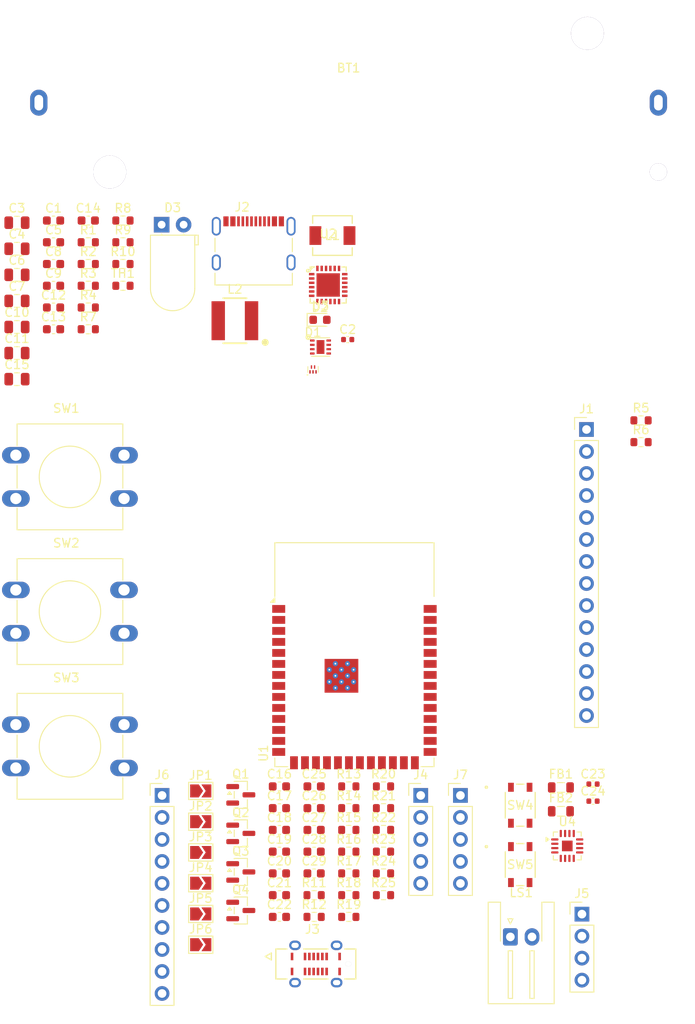
<source format=kicad_pcb>
(kicad_pcb (version 20241229) (generator "pcbnew") (generator_version "9.0")
  (layers (0 "F.Cu" signal) (2 "B.Cu" signal) (13 "F.Paste" user) (15 "B.Paste" user) (5 "F.SilkS" user "F.Silkscreen") (7 "B.SilkS" user "B.Silkscreen") (1 "F.Mask" user) (3 "B.Mask" user) (25 "Edge.Cuts" user))
  (net 0 "")
  (net 1 "BAT")
  (net 2 "DTR")
  (net 3 "REGN")
  (net 4 "Net-(C2-Pad2)")
  (net 5 "Net-(U2-BTST)")
  (net 6 "SYS")
  (net 7 "VUSB")
  (net 8 "PMID")
  (net 9 "+3.3V")
  (net 10 "EN")
  (net 11 "IO0")
  (net 12 "Net-(C23-Pad1)")
  (net 13 "Net-(C24-Pad1)")
  (net 14 "SW3")
  (net 15 "SW2")
  (net 16 "SW1")
  (net 17 "TFT_LED")
  (net 18 "D-")
  (net 19 "D+")
  (net 21 "Net-(D2-K)")
  (net 22 "Net-(U4-OUTP)")
  (net 23 "Net-(U4-OUTN)")
  (net 24 "TFT_IRQ")
  (net 25 "MISO")
  (net 26 "TFT_T_CS")
  (net 27 "SCK")
  (net 28 "TFT_DC")
  (net 29 "MOSI")
  (net 30 "TFT_CS")
  (net 31 "TFT_RESET")
  (net 32 "Net-(J2-CC1)")
  (net 34 "Net-(J2-CC2)")
  (net 36 "Net-(J2-SHIELD)")
  (net 37 "Net-(J3-SHIELD1)")
  (net 40 "ESP32_D-")
  (net 44 "ESP32_D+")
  (net 45 "Net-(J3-CC1)")
  (net 47 "Net-(J3-CC2)")
  (net 48 "RX")
  (net 49 "TX")
  (net 50 "/Logic/SCL")
  (net 51 "/Logic/SDA")
  (net 52 "Net-(J6-Pin_5)")
  (net 53 "Net-(J6-Pin_8)")
  (net 54 "Net-(J6-Pin_9)")
  (net 55 "Net-(J6-Pin_6)")
  (net 56 "Net-(J6-Pin_2)")
  (net 57 "Net-(J6-Pin_3)")
  (net 58 "Net-(J6-Pin_7)")
  (net 59 "Net-(J6-Pin_4)")
  (net 60 "Net-(J6-Pin_1)")
  (net 61 "Net-(J7-Pin_5)")
  (net 62 "Net-(J7-Pin_3)")
  (net 63 "Net-(J7-Pin_2)")
  (net 64 "Net-(J7-Pin_1)")
  (net 65 "Net-(J7-Pin_4)")
  (net 66 "Net-(JP1-A)")
  (net 67 "Net-(JP1-B)")
  (net 68 "Net-(JP2-A)")
  (net 69 "Net-(JP3-A)")
  (net 70 "Net-(JP5-B)")
  (net 71 "Net-(JP6-B)")
  (net 72 "Net-(U3-SW)")
  (net 73 "Net-(Q1-B)")
  (net 74 "Net-(Q2-B)")
  (net 75 "Net-(Q3-G)")
  (net 76 "Net-(Q4-G)")
  (net 77 "Net-(U3-PG)")
  (net 78 "Net-(U2-STAT)")
  (net 79 "DSEL")
  (net 80 "TS")
  (net 81 "Net-(U1-USB_D-)")
  (net 82 "Net-(U1-USB_D+)")
  (net 83 "SD")
  (net 85 "LRCLK")
  (net 86 "DIN")
  (net 87 "BCLK")
  (footprint "Resistor_SMD:R_0603_1608Metric" (layer "F.Cu") (at 76.55 152.19)
    (property "Reference" "R11" (at 0 -1.43 0) (layer "F.SilkS"))
    (property "Value" "12k")
    (pad "1" smd roundrect (at -0.825 0) (size 0.8 0.95) (layers "F.Cu" "F.Mask" "F.Paste") (net 2 "DTR"))
    (pad "2" smd roundrect (at 0.825 0) (size 0.8 0.95) (layers "F.Cu" "F.Mask" "F.Paste") (net 73 "Net-(Q1-B)"))
  )
  (footprint "Capacitor_SMD:C_0603_1608Metric" (layer "F.Cu") (at 46.44 79.34)
    (property "Reference" "C8" (at 0 -1.43 0) (layer "F.SilkS"))
    (property "Value" "0.1uF")
    (pad "1" smd roundrect (at -0.775 0) (size 0.9 0.95) (layers "F.Cu" "F.Mask" "F.Paste") (net 7 "VUSB"))
    (pad "2" smd roundrect (at 0.775 0) (size 0.9 0.95) (layers "F.Cu" "F.Mask" "F.Paste") (net 2 "DTR"))
  )
  (footprint "Capacitor_SMD:C_0603_1608Metric" (layer "F.Cu") (at 50.45 74.32)
    (property "Reference" "C14" (at 0 -1.43 0) (layer "F.SilkS"))
    (property "Value" "0.1uF")
    (pad "1" smd roundrect (at -0.775 0) (size 0.9 0.95) (layers "F.Cu" "F.Mask" "F.Paste") (net 2 "DTR"))
    (pad "2" smd roundrect (at 0.775 0) (size 0.9 0.95) (layers "F.Cu" "F.Mask" "F.Paste") (net 6 "SYS"))
  )
  (footprint "Connector_PinHeader_2.54mm:PinHeader_1x05_P2.54mm_Vertical" (layer "F.Cu") (at 93.46 140.68)
    (property "Reference" "J7" (at 0 -2.38 0) (layer "F.SilkS"))
    (property "Value" "Conn_01x05")
    (pad "1" thru_hole rect (at 0 0) (size 1.7 1.7) (drill 1) (layers "*.Cu" "*.Mask") (net 64 "Net-(J7-Pin_1)"))
    (pad "2" thru_hole circle (at 0 2.54) (size 1.7 1.7) (drill 1) (layers "*.Cu" "*.Mask") (net 63 "Net-(J7-Pin_2)"))
    (pad "3" thru_hole circle (at 0 5.08) (size 1.7 1.7) (drill 1) (layers "*.Cu" "*.Mask") (net 62 "Net-(J7-Pin_3)"))
    (pad "4" thru_hole circle (at 0 7.62) (size 1.7 1.7) (drill 1) (layers "*.Cu" "*.Mask") (net 65 "Net-(J7-Pin_4)"))
    (pad "5" thru_hole circle (at 0 10.16) (size 1.7 1.7) (drill 1) (layers "*.Cu" "*.Mask") (net 61 "Net-(J7-Pin_5)"))
  )
  (footprint "easyeda2kicad:SLP1007N5T_L1.0-W0.7-P0.35-BL" (layer "F.Cu") (at 76.425 91.51)
    (property "Reference" "D1" (at 0 -4.28 0) (layer "F.SilkS"))
    (property "Value" "RCLAMP7522T.TNT")
    (pad "1" smd rect (at -0.35 0.28 180) (size 0.16 0.39) (layers "F.Cu" "F.Mask" "F.Paste") (net 7 "VUSB"))
    (pad "2" smd rect (at 0 0.28 180) (size 0.16 0.39) (layers "F.Cu" "F.Mask" "F.Paste"))
    (pad "3" smd rect (at 0.35 0.28 180) (size 0.16 0.39) (layers "F.Cu" "F.Mask" "F.Paste") (net 18 "D-"))
    (pad "4" smd rect (at 0.18 -0.28 180) (size 0.16 0.39) (layers "F.Cu" "F.Mask" "F.Paste") (net 19 "D+"))
    (pad "5" smd rect (at -0.18 -0.28 180) (size 0.16 0.39) (layers "F.Cu" "F.Mask" "F.Paste") (net 2 "DTR"))
  )
  (footprint "Capacitor_SMD:C_0603_1608Metric" (layer "F.Cu") (at 76.55 144.66)
    (property "Reference" "C27" (at 0 -1.43 0) (layer "F.SilkS"))
    (property "Value" "0.1uF")
    (pad "1" smd roundrect (at -0.775 0) (size 0.9 0.95) (layers "F.Cu" "F.Mask" "F.Paste") (net 2 "DTR"))
    (pad "2" smd roundrect (at 0.775 0) (size 0.9 0.95) (layers "F.Cu" "F.Mask" "F.Paste") (net 16 "SW1"))
  )
  (footprint "Extra:AMPHENOL_10155435-00011LF" (layer "F.Cu") (at 69.565 79.16)
    (property "Reference" "J2" (at -1.325 -6.385 0) (layer "F.SilkS"))
    (property "Value" "10155435-00011LF")
    (pad "" np_thru_hole circle (at -2.89 -3.68) (size 0.65 0.65) (drill 0.65) (layers "*.Cu" "*.Mask"))
    (pad "" np_thru_hole circle (at 2.89 -3.68) (size 0.65 0.65) (drill 0.65) (layers "*.Cu" "*.Mask"))
    (pad "A1_B12" smd rect (at -3.2 -4.745) (size 0.6 1.15) (layers "F.Cu" "F.Mask" "F.Paste") (net 2 "DTR"))
    (pad "A4_B9" smd rect (at -2.4 -4.745) (size 0.6 1.15) (layers "F.Cu" "F.Mask" "F.Paste") (net 7 "VUSB"))
    (pad "A5" smd rect (at -1.25 -4.745) (size 0.3 1.15) (layers "F.Cu" "F.Mask" "F.Paste") (net 32 "Net-(J2-CC1)"))
    (pad "A6" smd rect (at -0.25 -4.745) (size 0.3 1.15) (layers "F.Cu" "F.Mask" "F.Paste") (net 19 "D+"))
    (pad "A7" smd rect (at 0.25 -4.745) (size 0.3 1.15) (layers "F.Cu" "F.Mask" "F.Paste") (net 18 "D-"))
    (pad "A8" smd rect (at 1.25 -4.745) (size 0.3 1.15) (layers "F.Cu" "F.Mask" "F.Paste"))
    (pad "B1_A12" smd rect (at 3.2 -4.745) (size 0.6 1.15) (layers "F.Cu" "F.Mask" "F.Paste") (net 2 "DTR"))
    (pad "B4_A9" smd rect (at 2.4 -4.745) (size 0.6 1.15) (layers "F.Cu" "F.Mask" "F.Paste") (net 7 "VUSB"))
    (pad "B5" smd rect (at 1.75 -4.745) (size 0.3 1.15) (layers "F.Cu" "F.Mask" "F.Paste") (net 34 "Net-(J2-CC2)"))
    (pad "B6" smd rect (at 0.75 -4.745) (size 0.3 1.15) (layers "F.Cu" "F.Mask" "F.Paste") (net 19 "D+"))
    (pad "B7" smd rect (at -0.75 -4.745) (size 0.3 1.15) (layers "F.Cu" "F.Mask" "F.Paste") (net 18 "D-"))
    (pad "B8" smd rect (at -1.75 -4.745) (size 0.3 1.15) (layers "F.Cu" "F.Mask" "F.Paste"))
    (pad "SH1" thru_hole oval (at -4.32 -4.18) (size 1.05 2.15) (drill oval 0.65 1.75) (layers "*.Cu" "*.Mask") (net 36 "Net-(J2-SHIELD)"))
    (pad "SH2" thru_hole oval (at 4.32 -4.18) (size 1.05 2.15) (drill oval 0.65 1.75) (layers "*.Cu" "*.Mask") (net 36 "Net-(J2-SHIELD)"))
    (pad "SH3" thru_hole oval (at -4.32 0) (size 1.05 1.85) (drill oval 0.65 1.45) (layers "*.Cu" "*.Mask") (net 36 "Net-(J2-SHIELD)"))
    (pad "SH4" thru_hole oval (at 4.32 0) (size 1.05 1.85) (drill oval 0.65 1.45) (layers "*.Cu" "*.Mask") (net 36 "Net-(J2-SHIELD)"))
  )
  (footprint "Extra:MOLEX_2171820001" (layer "F.Cu") (at 76.75 160.135)
    (property "Reference" "J3" (at -0.395 -3.994 0) (layer "F.SilkS"))
    (property "Value" "2171820001")
    (fp_line (start 3.65 -0.26) (end 3.85 -0.26) (stroke (width 0.01)) (layer "Edge.Cuts"))
    (fp_line (start 3.85 0.26) (end 3.65 0.26) (stroke (width 0.01)) (layer "Edge.Cuts"))
    (fp_arc (start 3.39 0) (mid 3.466152 -0.183848) (end 3.65 -0.26) (stroke (width 0.01)) (layer "Edge.Cuts"))
    (fp_arc (start 3.65 0.26) (mid 3.466152 0.183848) (end 3.39 0) (stroke (width 0.01)) (layer "Edge.Cuts"))
    (fp_arc (start 3.85 -0.26) (mid 4.033848 -0.183848) (end 4.11 0) (stroke (width 0.01)) (layer "Edge.Cuts"))
    (fp_arc (start 4.11 0) (mid 4.033848 0.183848) (end 3.85 0.26) (stroke (width 0.01)) (layer "Edge.Cuts"))
    (pad "" np_thru_hole circle (at -3.75 0) (size 0.52 0.52) (drill 0.52) (layers "*.Cu" "*.Mask"))
    (pad "" np_thru_hole circle (at 3.75 0) (size 0.52 0.52) (drill 0.52) (layers "*.Cu" "*.Mask"))
    (pad "A1" smd rect (at -2.75 -0.865) (size 0.298 0.87) (layers "F.Cu" "F.Paste") (net 2 "DTR"))
    (pad "A4" smd rect (at -1.25 -0.865) (size 0.298 0.87) (layers "F.Cu" "F.Paste"))
    (pad "A5" smd rect (at -0.75 -0.865) (size 0.298 0.87) (layers "F.Cu" "F.Paste") (net 45 "Net-(J3-CC1)"))
    (pad "A6" smd rect (at -0.25 -0.865) (size 0.298 0.87) (layers "F.Cu" "F.Paste") (net 44 "ESP32_D+"))
    (pad "A7" smd rect (at 0.25 -0.865) (size 0.298 0.87) (layers "F.Cu" "F.Paste") (net 40 "ESP32_D-"))
    (pad "A8" smd rect (at 0.75 -0.865) (size 0.298 0.87) (layers "F.Cu" "F.Paste"))
    (pad "A9" smd rect (at 1.25 -0.865) (size 0.298 0.87) (layers "F.Cu" "F.Paste"))
    (pad "A12" smd rect (at 2.75 -0.865) (size 0.298 0.87) (layers "F.Cu" "F.Paste") (net 2 "DTR"))
    (pad "B1" smd rect (at 2.75 0.865) (size 0.298 0.87) (layers "F.Cu" "F.Paste") (net 2 "DTR"))
    (pad "B4" smd rect (at 1.25 0.865) (size 0.298 0.87) (layers "F.Cu" "F.Paste"))
    (pad "B5" smd rect (at 0.75 0.865) (size 0.298 0.87) (layers "F.Cu" "F.Paste") (net 47 "Net-(J3-CC2)"))
    (pad "B6" smd rect (at 0.25 0.865) (size 0.298 0.87) (layers "F.Cu" "F.Paste") (net 44 "ESP32_D+"))
    (pad "B7" smd rect (at -0.25 0.865) (size 0.298 0.87) (layers "F.Cu" "F.Paste") (net 40 "ESP32_D-"))
    (pad "B8" smd rect (at -0.75 0.865) (size 0.298 0.87) (layers "F.Cu" "F.Paste"))
    (pad "B9" smd rect (at -1.25 0.865) (size 0.298 0.87) (layers "F.Cu" "F.Paste"))
    (pad "B12" smd rect (at -2.75 0.865) (size 0.298 0.87) (layers "F.Cu" "F.Paste") (net 2 "DTR"))
    (pad "SH1" thru_hole oval (at -2.4 2.15) (size 1.35 1.1) (drill oval 0.85 0.6) (layers "*.Cu" "*.Mask") (net 37 "Net-(J3-SHIELD1)"))
    (pad "SH2" thru_hole oval (at 2.4 2.15) (size 1.35 1.1) (drill oval 0.85 0.6) (layers "*.Cu" "*.Mask") (net 37 "Net-(J3-SHIELD1)"))
    (pad "SH3" thru_hole oval (at -2.4 -2.15) (size 1.35 1.1) (drill oval 0.85 0.6) (layers "*.Cu" "*.Mask") (net 37 "Net-(J3-SHIELD1)"))
    (pad "SH4" thru_hole oval (at 2.4 -2.15) (size 1.35 1.1) (drill oval 0.85 0.6) (layers "*.Cu" "*.Mask") (net 37 "Net-(J3-SHIELD1)"))
  )
  (footprint "Button_Switch_THT:SW_PUSH-12mm" (layer "F.Cu") (at 42.085 101.41)
    (property "Reference" "SW1" (at 5.83 -5.41 0) (layer "F.SilkS"))
    (property "Value" "SW_Push")
    (pad "1" thru_hole oval (at 0 0) (size 3.2 1.9) (drill 1.3) (layers "*.Cu" "*.Mask") (net 16 "SW1"))
    (pad "1" thru_hole oval (at 12.5 0) (size 3.2 1.9) (drill 1.3) (layers "*.Cu" "*.Mask") (net 16 "SW1"))
    (pad "2" thru_hole oval (at 0 5) (size 3.2 1.9) (drill 1.3) (layers "*.Cu" "*.Mask") (net 2 "DTR"))
    (pad "2" thru_hole oval (at 12.5 5) (size 3.2 1.9) (drill 1.3) (layers "*.Cu" "*.Mask") (net 2 "DTR"))
  )
  (footprint "Capacitor_SMD:C_0603_1608Metric" (layer "F.Cu") (at 46.44 76.83)
    (property "Reference" "C5" (at 0 -1.43 0) (layer "F.SilkS"))
    (property "Value" "1uF")
    (pad "1" smd roundrect (at -0.775 0) (size 0.9 0.95) (layers "F.Cu" "F.Mask" "F.Paste") (net 7 "VUSB"))
    (pad "2" smd roundrect (at 0.775 0) (size 0.9 0.95) (layers "F.Cu" "F.Mask" "F.Paste") (net 2 "DTR"))
  )
  (footprint "Connector_PinHeader_2.54mm:PinHeader_1x14_P2.54mm_Vertical" (layer "F.Cu") (at 108.03 98.44)
    (property "Reference" "J1" (at 0 -2.38 0) (layer "F.SilkS"))
    (property "Value" "Conn_01x14")
    (pad "1" thru_hole rect (at 0 0) (size 1.7 1.7) (drill 1) (layers "*.Cu" "*.Mask") (net 9 "+3.3V"))
    (pad "2" thru_hole circle (at 0 2.54) (size 1.7 1.7) (drill 1) (layers "*.Cu" "*.Mask") (net 2 "DTR"))
    (pad "3" thru_hole circle (at 0 5.08) (size 1.7 1.7) (drill 1) (layers "*.Cu" "*.Mask") (net 30 "TFT_CS"))
    (pad "4" thru_hole circle (at 0 7.62) (size 1.7 1.7) (drill 1) (layers "*.Cu" "*.Mask") (net 31 "TFT_RESET"))
    (pad "5" thru_hole circle (at 0 10.16) (size 1.7 1.7) (drill 1) (layers "*.Cu" "*.Mask") (net 28 "TFT_DC"))
    (pad "6" thru_hole circle (at 0 12.7) (size 1.7 1.7) (drill 1) (layers "*.Cu" "*.Mask") (net 29 "MOSI"))
    (pad "7" thru_hole circle (at 0 15.24) (size 1.7 1.7) (drill 1) (layers "*.Cu" "*.Mask") (net 27 "SCK"))
    (pad "8" thru_hole circle (at 0 17.78) (size 1.7 1.7) (drill 1) (layers "*.Cu" "*.Mask") (net 17 "TFT_LED"))
    (pad "9" thru_hole circle (at 0 20.32) (size 1.7 1.7) (drill 1) (layers "*.Cu" "*.Mask") (net 25 "MISO"))
    (pad "10" thru_hole circle (at 0 22.86) (size 1.7 1.7) (drill 1) (layers "*.Cu" "*.Mask") (net 27 "SCK"))
    (pad "11" thru_hole circle (at 0 25.4) (size 1.7 1.7) (drill 1) (layers "*.Cu" "*.Mask") (net 26 "TFT_T_CS"))
    (pad "12" thru_hole circle (at 0 27.94) (size 1.7 1.7) (drill 1) (layers "*.Cu" "*.Mask") (net 29 "MOSI"))
    (pad "13" thru_hole circle (at 0 30.48) (size 1.7 1.7) (drill 1) (layers "*.Cu" "*.Mask") (net 25 "MISO"))
    (pad "14" thru_hole circle (at 0 33.02) (size 1.7 1.7) (drill 1) (layers "*.Cu" "*.Mask") (net 24 "TFT_IRQ"))
  )
  (footprint "Resistor_SMD:R_0603_1608Metric" (layer "F.Cu") (at 50.45 81.85)
    (property "Reference" "R3" (at 0 -1.43 0) (layer "F.SilkS"))
    (property "Value" "5.1k")
    (pad "1" smd roundrect (at -0.825 0) (size 0.8 0.95) (layers "F.Cu" "F.Mask" "F.Paste") (net 2 "DTR"))
    (pad "2" smd roundrect (at 0.825 0) (size 0.8 0.95) (layers "F.Cu" "F.Mask" "F.Paste") (net 32 "Net-(J2-CC1)"))
  )
  (footprint "Resistor_SMD:R_0603_1608Metric" (layer "F.Cu") (at 50.45 79.34)
    (property "Reference" "R2" (at 0 -1.43 0) (layer "F.SilkS"))
    (property "Value" "5.1k")
    (pad "1" smd roundrect (at -0.825 0) (size 0.8 0.95) (layers "F.Cu" "F.Mask" "F.Paste") (net 34 "Net-(J2-CC2)"))
    (pad "2" smd roundrect (at 0.825 0) (size 0.8 0.95) (layers "F.Cu" "F.Mask" "F.Paste") (net 2 "DTR"))
  )
  (footprint "Resistor_SMD:R_0603_1608Metric" (layer "F.Cu") (at 80.56 149.68)
    (property "Reference" "R17" (at 0 -1.43 0) (layer "F.SilkS"))
    (property "Value" "1M")
    (pad "1" smd roundrect (at -0.825 0) (size 0.8 0.95) (layers "F.Cu" "F.Mask" "F.Paste") (net 2 "DTR"))
    (pad "2" smd roundrect (at 0.825 0) (size 0.8 0.95) (layers "F.Cu" "F.Mask" "F.Paste") (net 37 "Net-(J3-SHIELD1)"))
  )
  (footprint "Resistor_SMD:R_0603_1608Metric" (layer "F.Cu") (at 76.55 154.7)
    (property "Reference" "R12" (at 0 -1.43 0) (layer "F.SilkS"))
    (property "Value" "12k")
    (pad "1" smd roundrect (at -0.825 0) (size 0.8 0.95) (layers "F.Cu" "F.Mask" "F.Paste") (net 2 "DTR"))
    (pad "2" smd roundrect (at 0.825 0) (size 0.8 0.95) (layers "F.Cu" "F.Mask" "F.Paste") (net 74 "Net-(Q2-B)"))
  )
  (footprint "Package_TO_SOT_SMD:SOT-23" (layer "F.Cu") (at 68.08 149.51)
    (property "Reference" "Q3" (at 0 -2.4 0) (layer "F.SilkS"))
    (property "Value" "AO3400A")
    (pad "1" smd roundrect (at -0.9375 -0.95) (size 1.475 0.6) (layers "F.Cu" "F.Mask" "F.Paste") (net 75 "Net-(Q3-G)"))
    (pad "2" smd roundrect (at -0.9375 0.95) (size 1.475 0.6) (layers "F.Cu" "F.Mask" "F.Paste") (net 2 "DTR"))
    (pad "3" smd roundrect (at 0.9375 0) (size 1.475 0.6) (layers "F.Cu" "F.Mask" "F.Paste") (net 70 "Net-(JP5-B)"))
  )
  (footprint "Extra:SW4_SKRPABE010_ALPS" (layer "F.Cu") (at 100.3702 141.8109)
    (property "Reference" "SW4" (at 0 0 0) (layer "F.SilkS"))
    (property "Value" "SW_Push")
    (pad "1" smd rect (at -1.074999 -2.075) (size 0.6604 1.0414) (layers "F.Cu" "F.Mask" "F.Paste") (net 10 "EN"))
    (pad "2" smd rect (at -1.074999 2.075) (size 0.6604 1.0414) (layers "F.Cu" "F.Mask" "F.Paste") (net 2 "DTR"))
    (pad "3" smd rect (at 1.074999 -2.075) (size 0.6604 1.0414) (layers "F.Cu" "F.Mask" "F.Paste"))
    (pad "4" smd rect (at 1.074999 2.075) (size 0.6604 1.0414) (layers "F.Cu" "F.Mask" "F.Paste"))
  )
  (footprint "Inductor_SMD:L_0805_2012Metric" (layer "F.Cu") (at 105.07 139.76)
    (property "Reference" "FB1" (at 0 -1.55 0) (layer "F.SilkS"))
    (property "Value" "BLM21PG221SN1D")
    (pad "1" smd roundrect (at -1.0625 0) (size 0.875 1.2) (layers "F.Cu" "F.Mask" "F.Paste") (net 22 "Net-(U4-OUTP)"))
    (pad "2" smd roundrect (at 1.0625 0) (size 0.875 1.2) (layers "F.Cu" "F.Mask" "F.Paste") (net 13 "Net-(C24-Pad1)"))
  )
  (footprint "LED_THT:LED_D5.0mm_Horizontal_O1.27mm_Z3.0mm" (layer "F.Cu") (at 58.93 74.8)
    (property "Reference" "D3" (at 1.27 -1.96 0) (layer "F.SilkS"))
    (property "Value" "LED")
    (pad "1" thru_hole rect (at 0 0) (size 1.8 1.8) (drill 0.9) (layers "*.Cu" "*.Mask") (net 21 "Net-(D2-K)"))
    (pad "2" thru_hole circle (at 2.54 0) (size 1.8 1.8) (drill 0.9) (layers "*.Cu" "*.Mask") (net 6 "SYS"))
  )
  (footprint "easyeda2kicad:QFN-24_L4.0-W4.0-P0.50-TL-EP2.7" (layer "F.Cu") (at 78.18 81.76)
    (property "Reference" "U2" (at 0 -5.91 0) (layer "F.SilkS"))
    (property "Value" "BQ25895RTWR")
    (pad "1" smd rect (at -1.91 -1.25) (size 0.63 0.28) (layers "F.Cu" "F.Mask" "F.Paste") (net 7 "VUSB"))
    (pad "2" smd rect (at -1.91 -0.75) (size 0.63 0.28) (layers "F.Cu" "F.Mask" "F.Paste") (net 19 "D+"))
    (pad "3" smd rect (at -1.91 -0.25) (size 0.63 0.28) (layers "F.Cu" "F.Mask" "F.Paste") (net 18 "D-"))
    (pad "4" smd rect (at -1.91 0.25) (size 0.63 0.28) (layers "F.Cu" "F.Mask" "F.Paste") (net 78 "Net-(U2-STAT)"))
    (pad "5" smd rect (at -1.91 0.75) (size 0.63 0.28) (layers "F.Cu" "F.Mask" "F.Paste") (net 50 "/Logic/SCL"))
    (pad "6" smd rect (at -1.91 1.25) (size 0.63 0.28) (layers "F.Cu" "F.Mask" "F.Paste") (net 51 "/Logic/SDA"))
    (pad "7" smd rect (at -1.25 1.91) (size 0.28 0.63) (layers "F.Cu" "F.Mask" "F.Paste"))
    (pad "8" smd rect (at -0.75 1.91) (size 0.28 0.63) (layers "F.Cu" "F.Mask" "F.Paste") (net 2 "DTR"))
    (pad "9" smd rect (at -0.25 1.91) (size 0.28 0.63) (layers "F.Cu" "F.Mask" "F.Paste") (net 2 "DTR"))
    (pad "10" smd rect (at 0.25 1.91) (size 0.28 0.63) (layers "F.Cu" "F.Mask" "F.Paste") (net 2 "DTR"))
    (pad "11" smd rect (at 0.75 1.91) (size 0.28 0.63) (layers "F.Cu" "F.Mask" "F.Paste") (net 80 "TS"))
    (pad "12" smd rect (at 1.25 1.91) (size 0.28 0.63) (layers "F.Cu" "F.Mask" "F.Paste") (net 2 "DTR"))
    (pad "13" smd rect (at 1.91 1.25) (size 0.63 0.28) (layers "F.Cu" "F.Mask" "F.Paste") (net 1 "BAT"))
    (pad "14" smd rect (at 1.91 0.75) (size 0.63 0.28) (layers "F.Cu" "F.Mask" "F.Paste") (net 1 "BAT"))
    (pad "15" smd rect (at 1.91 0.25) (size 0.63 0.28) (layers "F.Cu" "F.Mask" "F.Paste") (net 6 "SYS"))
    (pad "16" smd rect (at 1.91 -0.25) (size 0.63 0.28) (layers "F.Cu" "F.Mask" "F.Paste") (net 6 "SYS"))
    (pad "17" smd rect (at 1.91 -0.75) (size 0.63 0.28) (layers "F.Cu" "F.Mask" "F.Paste") (net 2 "DTR"))
    (pad "18" smd rect (at 1.91 -1.25) (size 0.63 0.28) (layers "F.Cu" "F.Mask" "F.Paste") (net 2 "DTR"))
    (pad "19" smd rect (at 1.25 -1.91) (size 0.28 0.63) (layers "F.Cu" "F.Mask" "F.Paste") (net 4 "Net-(C2-Pad2)"))
    (pad "20" smd rect (at 0.75 -1.91) (size 0.28 0.63) (layers "F.Cu" "F.Mask" "F.Paste") (net 4 "Net-(C2-Pad2)"))
    (pad "21" smd rect (at 0.25 -1.91) (size 0.28 0.63) (layers "F.Cu" "F.Mask" "F.Paste") (net 5 "Net-(U2-BTST)"))
    (pad "22" smd rect (at -0.25 -1.91) (size 0.28 0.63) (layers "F.Cu" "F.Mask" "F.Paste") (net 3 "REGN"))
    (pad "23" smd rect (at -0.75 -1.91) (size 0.28 0.63) (layers "F.Cu" "F.Mask" "F.Paste") (net 8 "PMID"))
    (pad "24" smd rect (at -1.25 -1.91) (size 0.28 0.63) (layers "F.Cu" "F.Mask" "F.Paste") (net 79 "DSEL"))
    (pad "25" smd rect (at 0 0) (size 2.7 2.7) (layers "F.Cu" "F.Mask" "F.Paste") (net 2 "DTR"))
  )
  (footprint "Connector_JST:JST_XH_S2B-XH-A-1_1x02_P2.50mm_Horizontal" (layer "F.Cu") (at 99.23 157.01)
    (property "Reference" "LS1" (at 1.25 -5.1 0) (layer "F.SilkS"))
    (property "Value" "Speaker")
    (pad "1" thru_hole roundrect (at 0 0) (size 1.7 2) (drill 1) (layers "*.Cu" "*.Mask") (roundrect_rratio 0.147059) (net 13 "Net-(C24-Pad1)"))
    (pad "2" thru_hole oval (at 2.5 0) (size 1.7 2) (drill 1) (layers "*.Cu" "*.Mask") (net 12 "Net-(C23-Pad1)"))
  )
  (footprint "Extra:SW4_SKRPABE010_ALPS" (layer "F.Cu") (at 100.3702 148.6627)
    (property "Reference" "SW5" (at 0 0 0) (layer "F.SilkS"))
    (property "Value" "SW_Push")
    (pad "1" smd rect (at -1.074999 -2.075) (size 0.6604 1.0414) (layers "F.Cu" "F.Mask" "F.Paste") (net 11 "IO0"))
    (pad "2" smd rect (at -1.074999 2.075) (size 0.6604 1.0414) (layers "F.Cu" "F.Mask" "F.Paste") (net 2 "DTR"))
    (pad "3" smd rect (at 1.074999 -2.075) (size 0.6604 1.0414) (layers "F.Cu" "F.Mask" "F.Paste"))
    (pad "4" smd rect (at 1.074999 2.075) (size 0.6604 1.0414) (layers "F.Cu" "F.Mask" "F.Paste"))
  )
  (footprint "Connector_PinHeader_2.54mm:PinHeader_1x05_P2.54mm_Vertical" (layer "F.Cu") (at 88.87 140.68)
    (property "Reference" "J4" (at 0 -2.38 0) (layer "F.SilkS"))
    (property "Value" "Conn_01x05")
    (pad "1" thru_hole rect (at 0 0) (size 1.7 1.7) (drill 1) (layers "*.Cu" "*.Mask") (net 2 "DTR"))
    (pad "2" thru_hole circle (at 0 2.54) (size 1.7 1.7) (drill 1) (layers "*.Cu" "*.Mask") (net 2 "DTR"))
    (pad "3" thru_hole circle (at 0 5.08) (size 1.7 1.7) (drill 1) (layers "*.Cu" "*.Mask") (net 2 "DTR"))
    (pad "4" thru_hole circle (at 0 7.62) (size 1.7 1.7) (drill 1) (layers "*.Cu" "*.Mask") (net 48 "RX"))
    (pad "5" thru_hole circle (at 0 10.16) (size 1.7 1.7) (drill 1) (layers "*.Cu" "*.Mask") (net 49 "TX"))
  )
  (footprint "Capacitor_SMD:C_0603_1608Metric" (layer "F.Cu") (at 76.55 149.68)
    (property "Reference" "C29" (at 0 -1.43 0) (layer "F.SilkS"))
    (property "Value" "0.1uF")
    (pad "1" smd roundrect (at -0.775 0) (size 0.9 0.95) (layers "F.Cu" "F.Mask" "F.Paste") (net 17 "TFT_LED"))
    (pad "2" smd roundrect (at 0.775 0) (size 0.9 0.95) (layers "F.Cu" "F.Mask" "F.Paste") (net 2 "DTR"))
  )
  (footprint "Resistor_SMD:R_0603_1608Metric" (layer "F.Cu") (at 54.46 74.32)
    (property "Reference" "R8" (at 0 -1.43 0) (layer "F.SilkS"))
    (property "Value" "10k")
    (pad "1" smd roundrect (at -0.825 0) (size 0.8 0.95) (layers "F.Cu" "F.Mask" "F.Paste") (net 3 "REGN"))
    (pad "2" smd roundrect (at 0.825 0) (size 0.8 0.95) (layers "F.Cu" "F.Mask" "F.Paste") (net 79 "DSEL"))
  )
  (footprint "Resistor_SMD:R_0603_1608Metric" (layer "F.Cu") (at 54.46 79.34)
    (property "Reference" "R10" (at 0 -1.43 0) (layer "F.SilkS"))
    (property "Value" "30.1k")
    (pad "1" smd roundrect (at -0.825 0) (size 0.8 0.95) (layers "F.Cu" "F.Mask" "F.Paste") (net 80 "TS"))
    (pad "2" smd roundrect (at 0.825 0) (size 0.8 0.95) (layers "F.Cu" "F.Mask" "F.Paste") (net 2 "DTR"))
  )
  (footprint "LED_SMD:LED_0603_1608Metric" (layer "F.Cu") (at 77.23 85.78)
    (property "Reference" "D2" (at 0 -1.43 0) (layer "F.SilkS"))
    (property "Value" "LED")
    (pad "1" smd roundrect (at -0.7875 0) (size 0.875 0.95) (layers "F.Cu" "F.Mask" "F.Paste") (net 21 "Net-(D2-K)"))
    (pad "2" smd roundrect (at 0.7875 0) (size 0.875 0.95) (layers "F.Cu" "F.Mask" "F.Paste") (net 6 "SYS"))
  )
  (footprint "Resistor_SMD:R_0603_1608Metric" (layer "F.Cu") (at 84.57 142.15)
    (property "Reference" "R21" (at 0 -1.43 0) (layer "F.SilkS"))
    (property "Value" "100k")
    (pad "1" smd roundrect (at -0.825 0) (size 0.8 0.95) (layers "F.Cu" "F.Mask" "F.Paste") (net 66 "Net-(JP1-A)"))
    (pad "2" smd roundrect (at 0.825 0) (size 0.8 0.95) (layers "F.Cu" "F.Mask" "F.Paste") (net 2 "DTR"))
  )
  (footprint "Capacitor_SMD:C_0603_1608Metric" (layer "F.Cu") (at 72.54 139.64)
    (property "Reference" "C16" (at 0 -1.43 0) (layer "F.SilkS"))
    (property "Value" "0.1uF")
    (pad "1" smd roundrect (at -0.775 0) (size 0.9 0.95) (layers "F.Cu" "F.Mask" "F.Paste") (net 10 "EN"))
    (pad "2" smd roundrect (at 0.775 0) (size 0.9 0.95) (layers "F.Cu" "F.Mask" "F.Paste") (net 2 "DTR"))
  )
  (footprint "Resistor_SMD:R_0603_1608Metric" (layer "F.Cu") (at 80.56 144.66)
    (property "Reference" "R15" (at 0 -1.43 0) (layer "F.SilkS"))
    (property "Value" "5.1k")
    (pad "1" smd roundrect (at -0.825 0) (size 0.8 0.95) (layers "F.Cu" "F.Mask" "F.Paste") (net 2 "DTR"))
    (pad "2" smd roundrect (at 0.825 0) (size 0.8 0.95) (layers "F.Cu" "F.Mask" "F.Paste") (net 45 "Net-(J3-CC1)"))
  )
  (footprint "RF_Module:ESP32-S3-WROOM-1" (layer "F.Cu") (at 81.21 124.41)
    (property "Reference" "U1" (at -10.5 11.4 90) (layer "F.SilkS"))
    (property "Value" "ESP32-S3-WROOM-1")
    (pad "1" smd rect (at -8.75 -5.26) (size 1.5 0.9) (layers "F.Cu" "F.Mask" "F.Paste") (net 2 "DTR"))
    (pad "2" smd rect (at -8.75 -3.99) (size 1.5 0.9) (layers "F.Cu" "F.Mask" "F.Paste") (net 9 "+3.3V"))
    (pad "3" smd rect (at -8.75 -2.72) (size 1.5 0.9) (layers "F.Cu" "F.Mask" "F.Paste") (net 10 "EN"))
    (pad "4" smd rect (at -8.75 -1.45) (size 1.5 0.9) (layers "F.Cu" "F.Mask" "F.Paste") (net 87 "BCLK"))
    (pad "5" smd rect (at -8.75 -0.18) (size 1.5 0.9) (layers "F.Cu" "F.Mask" "F.Paste") (net 85 "LRCLK"))
    (pad "6" smd rect (at -8.75 1.09) (size 1.5 0.9) (layers "F.Cu" "F.Mask" "F.Paste") (net 86 "DIN"))
    (pad "7" smd rect (at -8.75 2.36) (size 1.5 0.9) (layers "F.Cu" "F.Mask" "F.Paste") (net 65 "Net-(J7-Pin_4)"))
    (pad "8" smd rect (at -8.75 3.63) (size 1.5 0.9) (layers "F.Cu" "F.Mask" "F.Paste") (net 31 "TFT_RESET"))
    (pad "9" smd rect (at -8.75 4.9) (size 1.5 0.9) (layers "F.Cu" "F.Mask" "F.Paste") (net 28 "TFT_DC"))
    (pad "10" smd rect (at -8.75 6.17) (size 1.5 0.9) (layers "F.Cu" "F.Mask" "F.Paste") (net 26 "TFT_T_CS"))
    (pad "11" smd rect (at -8.75 7.44) (size 1.5 0.9) (layers "F.Cu" "F.Mask" "F.Paste") (net 24 "TFT_IRQ"))
    (pad "12" smd rect (at -8.75 8.71) (size 1.5 0.9) (layers "F.Cu" "F.Mask" "F.Paste") (net 51 "/Logic/SDA"))
    (pad "13" smd rect (at -8.75 9.98) (size 1.5 0.9) (layers "F.Cu" "F.Mask" "F.Paste") (net 81 "Net-(U1-USB_D-)"))
    (pad "14" smd rect (at -8.75 11.25 180) (size 1.5 0.9) (layers "F.Cu" "F.Mask" "F.Paste") (net 82 "Net-(U1-USB_D+)"))
    (pad "15" smd rect (at -6.985 12.5 270) (size 1.5 0.9) (layers "F.Cu" "F.Mask" "F.Paste") (net 62 "Net-(J7-Pin_3)"))
    (pad "16" smd rect (at -5.715 12.5 270) (size 1.5 0.9) (layers "F.Cu" "F.Mask" "F.Paste") (net 58 "Net-(J6-Pin_7)"))
    (pad "17" smd rect (at -4.445 12.5 270) (size 1.5 0.9) (layers "F.Cu" "F.Mask" "F.Paste") (net 50 "/Logic/SCL"))
    (pad "18" smd rect (at -3.175 12.5 270) (size 1.5 0.9) (layers "F.Cu" "F.Mask" "F.Paste") (net 61 "Net-(J7-Pin_5)"))
    (pad "19" smd rect (at -1.905 12.5 270) (size 1.5 0.9) (layers "F.Cu" "F.Mask" "F.Paste") (net 29 "MOSI"))
    (pad "20" smd rect (at -0.635 12.5 270) (size 1.5 0.9) (layers "F.Cu" "F.Mask" "F.Paste") (net 27 "SCK"))
    (pad "21" smd rect (at 0.635 12.5 270) (size 1.5 0.9) (layers "F.Cu" "F.Mask" "F.Paste") (net 25 "MISO"))
    (pad "22" smd rect (at 1.905 12.5 270) (size 1.5 0.9) (layers "F.Cu" "F.Mask" "F.Paste") (net 30 "TFT_CS"))
    (pad "23" smd rect (at 3.175 12.5 270) (size 1.5 0.9) (layers "F.Cu" "F.Mask" "F.Paste") (net 67 "Net-(JP1-B)"))
    (pad "24" smd rect (at 4.445 12.5 270) (size 1.5 0.9) (layers "F.Cu" "F.Mask" "F.Paste") (net 53 "Net-(J6-Pin_8)"))
    (pad "25" smd rect (at 5.715 12.5 270) (size 1.5 0.9) (layers "F.Cu" "F.Mask" "F.Paste") (net 54 "Net-(J6-Pin_9)"))
    (pad "26" smd rect (at 6.985 12.5 270) (size 1.5 0.9) (layers "F.Cu" "F.Mask" "F.Paste") (net 55 "Net-(J6-Pin_6)"))
    (pad "27" smd rect (at 8.75 11.25) (size 1.5 0.9) (layers "F.Cu" "F.Mask" "F.Paste") (net 11 "IO0"))
    (pad "28" smd rect (at 8.75 9.98) (size 1.5 0.9) (layers "F.Cu" "F.Mask" "F.Paste"))
    (pad "29" smd rect (at 8.75 8.71) (size 1.5 0.9) (layers "F.Cu" "F.Mask" "F.Paste"))
    (pad "30" smd rect (at 8.75 7.44) (size 1.5 0.9) (layers "F.Cu" "F.Mask" "F.Paste"))
    (pad "31" smd rect (at 8.75 6.17) (size 1.5 0.9) (layers "F.Cu" "F.Mask" "F.Paste") (net 60 "Net-(J6-Pin_1)"))
    (pad "32" smd rect (at 8.75 4.9) (size 1.5 0.9) (layers "F.Cu" "F.Mask" "F.Paste") (net 56 "Net-(J6-Pin_2)"))
    (pad "33" smd rect (at 8.75 3.63) (size 1.5 0.9) (layers "F.Cu" "F.Mask" "F.Paste") (net 57 "Net-(J6-Pin_3)"))
    (pad "34" smd rect (at 8.75 2.36) (size 1.5 0.9) (layers "F.Cu" "F.Mask" "F.Paste") (net 59 "Net-(J6-Pin_4)"))
    (pad "35" smd rect (at 8.75 1.09) (size 1.5 0.9) (layers "F.Cu" "F.Mask" "F.Paste") (net 52 "Net-(J6-Pin_5)"))
    (pad "36" smd rect (at 8.75 -0.18) (size 1.5 0.9) (layers "F.Cu" "F.Mask" "F.Paste") (net 48 "RX"))
    (pad "37" smd rect (at 8.75 -1.45) (size 1.5 0.9) (layers "F.Cu" "F.Mask" "F.Paste") (net 49 "TX"))
    (pad "38" smd rect (at 8.75 -2.72) (size 1.5 0.9) (layers "F.Cu" "F.Mask" "F.Paste") (net 63 "Net-(J7-Pin_2)"))
    (pad "39" smd rect (at 8.75 -3.99) (size 1.5 0.9) (layers "F.Cu" "F.Mask" "F.Paste") (net 64 "Net-(J7-Pin_1)"))
    (pad "40" smd rect (at 8.75 -5.26) (size 1.5 0.9) (layers "F.Cu" "F.Mask" "F.Paste") (net 2 "DTR"))
    (pad "41" thru_hole circle (at -2.9 1.76 90) (size 0.6 0.6) (drill 0.2) (property pad_prop_heatsink) (layers "*.Cu" "F.Mask") (net 2 "DTR"))
    (pad "41" thru_hole circle (at -2.9 3.16) (size 0.6 0.6) (drill 0.2) (property pad_prop_heatsink) (layers "*.Cu" "F.Mask") (net 2 "DTR"))
    (pad "41" thru_hole circle (at -2.2 1.06) (size 0.6 0.6) (drill 0.2) (property pad_prop_heatsink) (layers "*.Cu" "F.Mask") (net 2 "DTR"))
    (pad "41" thru_hole circle (at -2.2 2.46) (size 0.6 0.6) (drill 0.2) (property pad_prop_heatsink) (layers "*.Cu" "F.Mask") (net 2 "DTR"))
    (pad "41" thru_hole circle (at -2.2 3.86) (size 0.6 0.6) (drill 0.2) (property pad_prop_heatsink) (layers "*.Cu" "F.Mask") (net 2 "DTR"))
    (pad "41" thru_hole circle (at -1.5 1.76) (size 0.6 0.6) (drill 0.2) (property pad_prop_heatsink) (layers "*.Cu" "F.Mask") (net 2 "DTR"))
    (pad "41" smd rect (at -1.5 2.46 270) (size 3.9 3.9) (property pad_prop_heatsink) (layers "F.Cu" "F.Mask") (net 2 "DTR"))
    (pad "41" thru_hole circle (at -1.5 3.16) (size 0.6 0.6) (drill 0.2) (property pad_prop_heatsink) (layers "*.Cu" "F.Mask") (net 2 "DTR"))
    (pad "41" thru_hole circle (at -0.8 1.06) (size 0.6 0.6) (drill 0.2) (property pad_prop_heatsink) (layers "*.Cu" "F.Mask") (net 2 "DTR"))
    (pad "41" thru_hole circle (at -0.8 2.46) (size 0.6 0.6) (drill 0.2) (property pad_prop_heatsink) (layers "*.Cu" "F.Mask") (net 2 "DTR"))
    (pad "41" thru_hole circle (at -0.8 3.86) (size 0.6 0.6) (drill 0.2) (property pad_prop_heatsink) (layers "*.Cu" "F.Mask") (net 2 "DTR"))
    (pad "41" thru_hole circle (at -0.1 1.76) (size 0.6 0.6) (drill 0.2) (property pad_prop_heatsink) (layers "*.Cu" "F.Mask") (net 2 "DTR"))
    (pad "41" thru_hole circle (at -0.1 3.16) (size 0.6 0.6) (drill 0.2) (property pad_prop_heatsink) (layers "*.Cu" "F.Mask") (net 2 "DTR"))
  )
  (footprint "Capacitor_SMD:C_0805_2012Metric" (layer "F.Cu") (at 42.21 77.58)
    (property "Reference" "C4" (at 0 -1.68 0) (layer "F.SilkS"))
    (property "Value" "10uF")
    (pad "1" smd roundrect (at -0.95 0) (size 1 1.45) (layers "F.Cu" "F.Mask" "F.Paste") (net 6 "SYS"))
    (pad "2" smd roundrect (at 0.95 0) (size 1 1.45) (layers "F.Cu" "F.Mask" "F.Paste") (net 2 "DTR"))
  )
  (footprint "Capacitor_SMD:C_0603_1608Metric" (layer "F.Cu") (at 72.54 144.66)
    (property "Reference" "C18" (at 0 -1.43 0) (layer "F.SilkS"))
    (property "Value" "0.1uF")
    (pad "1" smd roundrect (at -0.775 0) (size 0.9 0.95) (layers "F.Cu" "F.Mask" "F.Paste") (net 2 "DTR"))
    (pad "2" smd roundrect (at 0.775 0) (size 0.9 0.95) (layers "F.Cu" "F.Mask" "F.Paste") (net 11 "IO0"))
  )
  (footprint "Resistor_SMD:R_0603_1608Metric" (layer "F.Cu") (at 80.56 139.64)
    (property "Reference" "R13" (at 0 -1.43 0) (layer "F.SilkS"))
    (property "Value" "10k")
    (pad "1" smd roundrect (at -0.825 0) (size 0.8 0.95) (layers "F.Cu" "F.Mask" "F.Paste") (net 11 "IO0"))
    (pad "2" smd roundrect (at 0.825 0) (size 0.8 0.95) (layers "F.Cu" "F.Mask" "F.Paste") (net 9 "+3.3V"))
  )
  (footprint "Resistor_SMD:R_0603_1608Metric" (layer "F.Cu") (at 54.46 76.83)
    (property "Reference" "R9" (at 0 -1.43 0) (layer "F.SilkS"))
    (property "Value" "5.23k")
    (pad "1" smd roundrect (at -0.825 0) (size 0.8 0.95) (layers "F.Cu" "F.Mask" "F.Paste") (net 3 "REGN"))
    (pad "2" smd roundrect (at 0.825 0) (size 0.8 0.95) (layers "F.Cu" "F.Mask" "F.Paste") (net 80 "TS"))
  )
  (footprint "Resistor_SMD:R_0603_1608Metric" (layer "F.Cu") (at 84.57 152.19)
    (property "Reference" "R25" (at 0 -1.43 0) (layer "F.SilkS"))
    (property "Value" "100k")
    (pad "1" smd roundrect (at -0.825 0) (size 0.8 0.95) (layers "F.Cu" "F.Mask" "F.Paste") (net 9 "+3.3V"))
    (pad "2" smd roundrect (at 0.825 0) (size 0.8 0.95) (layers "F.Cu" "F.Mask" "F.Paste") (net 76 "Net-(Q4-G)"))
  )
  (footprint "Connector_PinHeader_2.54mm:PinHeader_1x10_P2.54mm_Vertical" (layer "F.Cu") (at 58.98 140.68)
    (property "Reference" "J6" (at 0 -2.38 0) (layer "F.SilkS"))
    (property "Value" "Conn_01x10")
    (pad "1" thru_hole rect (at 0 0) (size 1.7 1.7) (drill 1) (layers "*.Cu" "*.Mask") (net 60 "Net-(J6-Pin_1)"))
    (pad "2" thru_hole circle (at 0 2.54) (size 1.7 1.7) (drill 1) (layers "*.Cu" "*.Mask") (net 56 "Net-(J6-Pin_2)"))
    (pad "3" thru_hole circle (at 0 5.08) (size 1.7 1.7) (drill 1) (layers "*.Cu" "*.Mask") (net 57 "Net-(J6-Pin_3)"))
    (pad "4" thru_hole circle (at 0 7.62) (size 1.7 1.7) (drill 1) (layers "*.Cu" "*.Mask") (net 59 "Net-(J6-Pin_4)"))
    (pad "5" thru_hole circle (at 0 10.16) (size 1.7 1.7) (drill 1) (layers "*.Cu" "*.Mask") (net 52 "Net-(J6-Pin_5)"))
    (pad "6" thru_hole circle (at 0 12.7) (size 1.7 1.7) (drill 1) (layers "*.Cu" "*.Mask") (net 55 "Net-(J6-Pin_6)"))
    (pad "7" thru_hole circle (at 0 15.24) (size 1.7 1.7) (drill 1) (layers "*.Cu" "*.Mask") (net 58 "Net-(J6-Pin_7)"))
    (pad "8" thru_hole circle (at 0 17.78) (size 1.7 1.7) (drill 1) (layers "*.Cu" "*.Mask") (net 53 "Net-(J6-Pin_8)"))
    (pad "9" thru_hole circle (at 0 20.32) (size 1.7 1.7) (drill 1) (layers "*.Cu" "*.Mask") (net 54 "Net-(J6-Pin_9)"))
    (pad "10" thru_hole circle (at 0 22.86) (size 1.7 1.7) (drill 1) (layers "*.Cu" "*.Mask") (net 2 "DTR"))
  )
  (footprint "Jumper:SolderJumper-2_P1.3mm_Open_TrianglePad1.0x1.5mm" (layer "F.Cu") (at 63.45 154.36)
    (property "Reference" "JP5" (at 0 -1.8 0) (layer "F.SilkS"))
    (property "Value" "SolderJumper_2_Open")
    (pad "1" smd custom (at -0.725 0) (size 0.3 0.3) (layers "F.Cu" "F.Mask") (net 17 "TFT_LED") (options (clearance outline) (anchor rect)) (primitives (gr_poly (pts (xy 1 0) (xy 0.5 0.75) (xy -0.5 0.75) (xy -0.5 -0.75) (xy 0.5 -0.75)) (width 0) (fill yes))))
    (pad "2" smd custom (at 0.725 0) (size 0.3 0.3) (layers "F.Cu" "F.Mask") (net 70 "Net-(JP5-B)") (options (clearance outline) (anchor rect)) (primitives (gr_poly (pts (xy 0.5 0.75) (xy -0.65 0.75) (xy -0.15 0) (xy -0.65 -0.75) (xy 0.5 -0.75)) (width 0) (fill yes))))
  )
  (footprint "Capacitor_SMD:C_0603_1608Metric" (layer "F.Cu") (at 76.55 142.15)
    (property "Reference" "C26" (at 0 -1.43 0) (layer "F.SilkS"))
    (property "Value" "0.1uF")
    (pad "1" smd roundrect (at -0.775 0) (size 0.9 0.95) (layers "F.Cu" "F.Mask" "F.Paste") (net 2 "DTR"))
    (pad "2" smd roundrect (at 0.775 0) (size 0.9 0.95) (layers "F.Cu" "F.Mask" "F.Paste") (net 15 "SW2"))
  )
  (footprint "Package_DFN_QFN:TQFN-16-1EP_3x3mm_P0.5mm_EP1.23x1.23mm" (layer "F.Cu") (at 105.805 146.51)
    (property "Reference" "U4" (at 0 -2.8 0) (layer "F.SilkS"))
    (property "Value" "MAX98357A")
    (pad "1" smd roundrect (at -1.4375 -0.75) (size 0.825 0.25) (layers "F.Cu" "F.Mask" "F.Paste") (net 86 "DIN"))
    (pad "2" smd roundrect (at -1.4375 -0.25) (size 0.825 0.25) (layers "F.Cu" "F.Mask" "F.Paste") (net 2 "DTR"))
    (pad "3" smd roundrect (at -1.4375 0.25) (size 0.825 0.25) (layers "F.Cu" "F.Mask" "F.Paste") (net 2 "DTR"))
    (pad "4" smd roundrect (at -1.4375 0.75) (size 0.825 0.25) (layers "F.Cu" "F.Mask" "F.Paste") (net 83 "SD"))
    (pad "5" smd roundrect (at -0.75 1.4375) (size 0.25 0.825) (layers "F.Cu" "F.Mask" "F.Paste"))
    (pad "6" smd roundrect (at -0.25 1.4375) (size 0.25 0.825) (layers "F.Cu" "F.Mask" "F.Paste"))
    (pad "7" smd roundrect (at 0.25 1.4375) (size 0.25 0.825) (layers "F.Cu" "F.Mask" "F.Paste") (net 9 "+3.3V"))
    (pad "8" smd roundrect (at 0.75 1.4375) (size 0.25 0.825) (layers "F.Cu" "F.Mask" "F.Paste") (net 9 "+3.3V"))
    (pad "9" smd roundrect (at 1.4375 0.75) (size 0.825 0.25) (layers "F.Cu" "F.Mask" "F.Paste") (net 22 "Net-(U4-OUTP)"))
    (pad "10" smd roundrect (at 1.4375 0.25) (size 0.825 0.25) (layers "F.Cu" "F.Mask" "F.Paste") (net 23 "Net-(U4-OUTN)"))
    (pad "11" smd roundrect (at 1.4375 -0.25) (size 0.825 0.25) (layers "F.Cu" "F.Mask" "F.Paste") (net 2 "DTR"))
    (pad "12" smd roundrect (at 1.4375 -0.75) (size 0.825 0.25) (layers "F.Cu" "F.Mask" "F.Paste"))
    (pad "13" smd roundrect (at 0.75 -1.4375) (size 0.25 0.825) (layers "F.Cu" "F.Mask" "F.Paste"))
    (pad "14" smd roundrect (at 0.25 -1.4375) (size 0.25 0.825) (layers "F.Cu" "F.Mask" "F.Paste") (net 85 "LRCLK"))
    (pad "15" smd roundrect (at -0.25 -1.4375) (size 0.25 0.825) (layers "F.Cu" "F.Mask" "F.Paste") (net 2 "DTR"))
    (pad "16" smd roundrect (at -0.75 -1.4375) (size 0.25 0.825) (layers "F.Cu" "F.Mask" "F.Paste") (net 87 "BCLK"))
    (pad "17" smd rect (at 0 0) (size 1.23 1.23) (property pad_prop_heatsink) (layers "F.Cu" "F.Mask") (net 2 "DTR"))
  )
  (footprint "Jumper:SolderJumper-2_P1.3mm_Open_TrianglePad1.0x1.5mm" (layer "F.Cu") (at 63.45 143.71)
    (property "Reference" "JP2" (at 0 -1.8 0) (layer "F.SilkS"))
    (property "Value" "SolderJumper_2_Open")
    (pad "1" smd custom (at -0.725 0) (size 0.3 0.3) (layers "F.Cu" "F.Mask") (net 68 "Net-(JP2-A)") (options (clearance outline) (anchor rect)) (primitives (gr_poly (pts (xy 1 0) (xy 0.5 0.75) (xy -0.5 0.75) (xy -0.5 -0.75) (xy 0.5 -0.75)) (width 0) (fill yes))))
    (pad "2" smd custom (at 0.725 0) (size 0.3 0.3) (layers "F.Cu" "F.Mask") (net 67 "Net-(JP1-B)") (options (clearance outline) (anchor rect)) (primitives (gr_poly (pts (xy 0.5 0.75) (xy -0.65 0.75) (xy -0.15 0) (xy -0.65 -0.75) (xy 0.5 -0.75)) (width 0) (fill yes))))
  )
  (footprint "Extra:SOT-23-231" (layer "F.Cu") (at 68.08 140.61)
    (property "Reference" "Q1" (at 0 -2.4 0) (layer "F.SilkS"))
    (property "Value" "NPN")
    (pad "1" smd roundrect (at 0.9375 0) (size 1.475 0.6) (layers "F.Cu" "F.Mask" "F.Paste") (net 10 "EN"))
    (pad "2" smd roundrect (at -0.9375 -0.95) (size 1.475 0.6) (layers "F.Cu" "F.Mask" "F.Paste") (net 73 "Net-(Q1-B)"))
    (pad "3" smd roundrect (at -0.9375 0.95) (size 1.475 0.6) (layers "F.Cu" "F.Mask" "F.Paste") (net 2 "DTR"))
  )
  (footprint "Capacitor_SMD:C_0805_2012Metric" (layer "F.Cu") (at 42.21 80.59)
    (property "Reference" "C6" (at 0 -1.68 0) (layer "F.SilkS"))
    (property "Value" "10uF")
    (pad "1" smd roundrect (at -0.95 0) (size 1 1.45) (layers "F.Cu" "F.Mask" "F.Paste") (net 1 "BAT"))
    (pad "2" smd roundrect (at 0.95 0) (size 1 1.45) (layers "F.Cu" "F.Mask" "F.Paste") (net 2 "DTR"))
  )
  (footprint "easyeda2kicad:WSON-8_L2.0-W2.0-P0.50-TL-EP" (layer "F.Cu") (at 77.29 88.92)
    (property "Reference" "U3" (at 0 -4.75 0) (layer "F.SilkS"))
    (property "Value" "TPS62162DSG")
    (pad "1" smd rect (at -0.95 -0.75) (size 0.52 0.25) (layers "F.Cu" "F.Mask" "F.Paste") (net 2 "DTR"))
    (pad "2" smd rect (at -0.95 -0.25) (size 0.52 0.25) (layers "F.Cu" "F.Mask" "F.Paste") (net 6 "SYS"))
    (pad "3" smd rect (at -0.95 0.25) (size 0.52 0.25) (layers "F.Cu" "F.Mask" "F.Paste") (net 6 "SYS"))
    (pad "4" smd rect (at -0.95 0.75) (size 0.52 0.25) (layers "F.Cu" "F.Mask" "F.Paste") (net 2 "DTR"))
    (pad "5" smd rect (at 0.95 0.75) (size 0.52 0.25) (layers "F.Cu" "F.Mask" "F.Paste") (net 9 "+3.3V"))
    (pad "6" smd rect (at 0.95 0.25) (size 0.52 0.25) (layers "F.Cu" "F.Mask" "F.Paste") (net 9 "+3.3V"))
    (pad "7" smd rect (at 0.95 -0.25) (size 0.52 0.25) (layers "F.Cu" "F.Mask" "F.Paste") (net 72 "Net-(U3-SW)"))
    (pad "8" smd rect (at 0.95 -0.75) (size 0.52 0.25) (layers "F.Cu" "F.Mask" "F.Paste") (net 77 "Net-(U3-PG)"))
    (pad "9" smd rect (at 0 0) (size 0.9 1.6) (layers "F.Cu" "F.Mask" "F.Paste") (net 2 "DTR"))
  )
  (footprint "Button_Switch_THT:SW_PUSH-12mm" (layer "F.Cu") (at 42.085 116.96)
    (property "Reference" "SW2" (at 5.83 -5.41 0) (layer "F.SilkS"))
    (property "Value" "SW_Push")
    (pad "1" thru_hole oval (at 0 0) (size 3.2 1.9) (drill 1.3) (layers "*.Cu" "*.Mask") (net 15 "SW2"))
    (pad "1" thru_hole oval (at 12.5 0) (size 3.2 1.9) (drill 1.3) (layers "*.Cu" "*.Mask") (net 15 "SW2"))
    (pad "2" thru_hole oval (at 0 5) (size 3.2 1.9) (drill 1.3) (layers "*.Cu" "*.Mask") (net 2 "DTR"))
    (pad "2" thru_hole oval (at 12.5 5) (size 3.2 1.9) (drill 1.3) (layers "*.Cu" "*.Mask") (net 2 "DTR"))
  )
  (footprint "Capacitor_SMD:C_0603_1608Metric" (layer "F.Cu") (at 72.54 152.19)
    (property "Reference" "C21" (at 0 -1.43 0) (layer "F.SilkS"))
    (property "Value" "1uF")
    (pad "1" smd roundrect (at -0.775 0) (size 0.9 0.95) (layers "F.Cu" "F.Mask" "F.Paste") (net 9 "+3.3V"))
    (pad "2" smd roundrect (at 0.775 0) (size 0.9 0.95) (layers "F.Cu" "F.Mask" "F.Paste") (net 2 "DTR"))
  )
  (footprint "Button_Switch_THT:SW_PUSH-12mm" (layer "F.Cu") (at 42.085 132.51)
    (property "Reference" "SW3" (at 5.83 -5.41 0) (layer "F.SilkS"))
    (property "Value" "SW_Push")
    (pad "1" thru_hole oval (at 0 0) (size 3.2 1.9) (drill 1.3) (layers "*.Cu" "*.Mask") (net 14 "SW3"))
    (pad "1" thru_hole oval (at 12.5 0) (size 3.2 1.9) (drill 1.3) (layers "*.Cu" "*.Mask") (net 14 "SW3"))
    (pad "2" thru_hole oval (at 0 5) (size 3.2 1.9) (drill 1.3) (layers "*.Cu" "*.Mask") (net 2 "DTR"))
    (pad "2" thru_hole oval (at 12.5 5) (size 3.2 1.9) (drill 1.3) (layers "*.Cu" "*.Mask") (net 2 "DTR"))
  )
  (footprint "Capacitor_SMD:C_0603_1608Metric" (layer "F.Cu") (at 46.44 81.85)
    (property "Reference" "C9" (at 0 -1.43 0) (layer "F.SilkS"))
    (property "Value" "4.7uF")
    (pad "1" smd roundrect (at -0.775 0) (size 0.9 0.95) (layers "F.Cu" "F.Mask" "F.Paste") (net 2 "DTR"))
    (pad "2" smd roundrect (at 0.775 0) (size 0.9 0.95) (layers "F.Cu" "F.Mask" "F.Paste") (net 6 "SYS"))
  )
  (footprint "Capacitor_SMD:C_0805_2012Metric" (layer "F.Cu") (at 42.21 74.57)
    (property "Reference" "C3" (at 0 -1.68 0) (layer "F.SilkS"))
    (property "Value" "10uF")
    (pad "1" smd roundrect (at -0.95 0) (size 1 1.45) (layers "F.Cu" "F.Mask" "F.Paste") (net 6 "SYS"))
    (pad "2" smd roundrect (at 0.95 0) (size 1 1.45) (layers "F.Cu" "F.Mask" "F.Paste") (net 2 "DTR"))
  )
  (footprint "Resistor_SMD:R_0603_1608Metric" (layer "F.Cu") (at 84.57 147.17)
    (property "Reference" "R23" (at 0 -1.43 0) (layer "F.SilkS"))
    (property "Value" "100k")
    (pad "1" smd roundrect (at -0.825 0) (size 0.8 0.95) (layers "F.Cu" "F.Mask" "F.Paste") (net 75 "Net-(Q3-G)"))
    (pad "2" smd roundrect (at 0.825 0) (size 0.8 0.95) (layers "F.Cu" "F.Mask" "F.Paste") (net 2 "DTR"))
  )
  (footprint "Resistor_SMD:R_0603_1608Metric" (layer "F.Cu") (at 114.33 99.9)
    (property "Reference" "R6" (at 0 -1.43 0) (layer "F.SilkS"))
    (property "Value" "4.7k")
    (pad "1" smd roundrect (at -0.825 0) (size 0.8 0.95) (layers "F.Cu" "F.Mask" "F.Paste") (net 9 "+3.3V"))
    (pad "2" smd roundrect (at 0.825 0) (size 0.8 0.95) (layers "F.Cu" "F.Mask" "F.Paste") (net 51 "/Logic/SDA"))
  )
  (footprint "Capacitor_SMD:C_0603_1608Metric" (layer "F.Cu") (at 76.55 147.17)
    (property "Reference" "C28" (at 0 -1.43 0) (layer "F.SilkS"))
    (property "Value" "10uF")
    (pad "1" smd roundrect (at -0.775 0) (size 0.9 0.95) (layers "F.Cu" "F.Mask" "F.Paste") (net 17 "TFT_LED"))
    (pad "2" smd roundrect (at 0.775 0) (size 0.9 0.95) (layers "F.Cu" "F.Mask" "F.Paste") (net 2 "DTR"))
  )
  (footprint "Jumper:SolderJumper-2_P1.3mm_Open_TrianglePad1.0x1.5mm" (layer "F.Cu") (at 63.45 147.26)
    (property "Reference" "JP3" (at 0 -1.8 0) (layer "F.SilkS"))
    (property "Value" "SolderJumper_2_Open")
    (pad "1" smd custom (at -0.725 0) (size 0.3 0.3) (layers "F.Cu" "F.Mask") (net 69 "Net-(JP3-A)") (options (clearance outline) (anchor rect)) (primitives (gr_poly (pts (xy 1 0) (xy 0.5 0.75) (xy -0.5 0.75) (xy -0.5 -0.75) (xy 0.5 -0.75)) (width 0) (fill yes))))
    (pad "2" smd custom (at 0.725 0) (size 0.3 0.3) (layers "F.Cu" "F.Mask") (net 67 "Net-(JP1-B)") (options (clearance outline) (anchor rect)) (primitives (gr_poly (pts (xy 0.5 0.75) (xy -0.65 0.75) (xy -0.15 0) (xy -0.65 -0.75) (xy 0.5 -0.75)) (width 0) (fill yes))))
  )
  (footprint "Jumper:SolderJumper-2_P1.3mm_Open_TrianglePad1.0x1.5mm" (layer "F.Cu") (at 63.45 157.91)
    (property "Reference" "JP6" (at 0 -1.8 0) (layer "F.SilkS"))
    (property "Value" "SolderJumper_2_Open")
    (pad "1" smd custom (at -0.725 0) (size 0.3 0.3) (layers "F.Cu" "F.Mask") (net 17 "TFT_LED") (options (clearance outline) (anchor rect)) (primitives (gr_poly (pts (xy 1 0) (xy 0.5 0.75) (xy -0.5 0.75) (xy -0.5 -0.75) (xy 0.5 -0.75)) (width 0) (fill yes))))
    (pad "2" smd custom (at 0.725 0) (size 0.3 0.3) (layers "F.Cu" "F.Mask") (net 71 "Net-(JP6-B)") (options (clearance outline) (anchor rect)) (primitives (gr_poly (pts (xy 0.5 0.75) (xy -0.65 0.75) (xy -0.15 0) (xy -0.65 -0.75) (xy 0.5 -0.75)) (width 0) (fill yes))))
  )
  (footprint "Capacitor_SMD:C_0402_1005Metric" (layer "F.Cu") (at 108.78 141.34)
    (property "Reference" "C24" (at 0 -1.16 0) (layer "F.SilkS"))
    (property "Value" "220pF")
    (pad "1" smd roundrect (at -0.48 0) (size 0.56 0.62) (layers "F.Cu" "F.Mask" "F.Paste") (net 13 "Net-(C24-Pad1)"))
    (pad "2" smd roundrect (at 0.48 0) (size 0.56 0.62) (layers "F.Cu" "F.Mask" "F.Paste") (net 2 "DTR"))
  )
  (footprint "Resistor_SMD:R_0603_1608Metric" (layer "F.Cu") (at 80.56 147.17)
    (property "Reference" "R16" (at 0 -1.43 0) (layer "F.SilkS"))
    (property "Value" "5.1k")
    (pad "1" smd roundrect (at -0.825 0) (size 0.8 0.95) (layers "F.Cu" "F.Mask" "F.Paste") (net 2 "DTR"))
    (pad "2" smd roundrect (at 0.825 0) (size 0.8 0.95) (layers "F.Cu" "F.Mask" "F.Paste") (net 47 "Net-(J3-CC2)"))
  )
  (footprint "Resistor_SMD:R_0603_1608Metric" (layer "F.Cu") (at 114.33 97.39)
    (property "Reference" "R5" (at 0 -1.43 0) (layer "F.SilkS"))
    (property "Value" "4.7k")
    (pad "1" smd roundrect (at -0.825 0) (size 0.8 0.95) (layers "F.Cu" "F.Mask" "F.Paste") (net 9 "+3.3V"))
    (pad "2" smd roundrect (at 0.825 0) (size 0.8 0.95) (layers "F.Cu" "F.Mask" "F.Paste") (net 50 "/Logic/SCL"))
  )
  (footprint "Resistor_SMD:R_0603_1608Metric" (layer "F.Cu") (at 50.45 84.36)
    (property "Reference" "R4" (at 0 -1.43 0) (layer "F.SilkS"))
    (property "Value" "100k")
    (pad "1" smd roundrect (at -0.825 0) (size 0.8 0.95) (layers "F.Cu" "F.Mask" "F.Paste") (net 77 "Net-(U3-PG)"))
    (pad "2" smd roundrect (at 0.825 0) (size 0.8 0.95) (layers "F.Cu" "F.Mask" "F.Paste") (net 9 "+3.3V"))
  )
  (footprint "Resistor_SMD:R_0603_1608Metric" (layer "F.Cu") (at 84.57 149.68)
    (property "Reference" "R24" (at 0 -1.43 0) (layer "F.SilkS"))
    (property "Value" "100")
    (pad "1" smd roundrect (at -0.825 0) (size 0.8 0.95) (layers "F.Cu" "F.Mask" "F.Paste") (net 69 "Net-(JP3-A)"))
    (pad "2" smd roundrect (at 0.825 0) (size 0.8 0.95) (layers "F.Cu" "F.Mask" "F.Paste") (net 76 "Net-(Q4-G)"))
  )
  (footprint "Capacitor_SMD:C_0402_1005Metric" (layer "F.Cu") (at 108.78 139.37)
    (property "Reference" "C23" (at 0 -1.16 0) (layer "F.SilkS"))
    (property "Value" "220pF")
    (pad "1" smd roundrect (at -0.48 0) (size 0.56 0.62) (layers "F.Cu" "F.Mask" "F.Paste") (net 12 "Net-(C23-Pad1)"))
    (pad "2" smd roundrect (at 0.48 0) (size 0.56 0.62) (layers "F.Cu" "F.Mask" "F.Paste") (net 2 "DTR"))
  )
  (footprint "Capacitor_SMD:C_0805_2012Metric" (layer "F.Cu") (at 42.21 92.63)
    (property "Reference" "C15" (at 0 -1.68 0) (layer "F.SilkS"))
    (property "Value" "10uF")
    (pad "1" smd roundrect (at -0.95 0) (size 1 1.45) (layers "F.Cu" "F.Mask" "F.Paste") (net 2 "DTR"))
    (pad "2" smd roundrect (at 0.95 0) (size 1 1.45) (layers "F.Cu" "F.Mask" "F.Paste") (net 6 "SYS"))
  )
  (footprint "Resistor_SMD:R_0603_1608Metric" (layer "F.Cu") (at 80.56 142.15)
    (property "Reference" "R14" (at 0 -1.43 0) (layer "F.SilkS"))
    (property "Value" "10k")
    (pad "1" smd roundrect (at -0.825 0) (size 0.8 0.95) (layers "F.Cu" "F.Mask" "F.Paste") (net 10 "EN"))
    (pad "2" smd roundrect (at 0.825 0) (size 0.8 0.95) (layers "F.Cu" "F.Mask" "F.Paste") (net 9 "+3.3V"))
  )
  (footprint "Capacitor_SMD:C_0805_2012Metric" (layer "F.Cu") (at 42.21 86.61)
    (property "Reference" "C10" (at 0 -1.68 0) (layer "F.SilkS"))
    (property "Value" "10uF")
    (pad "1" smd roundrect (at -0.95 0) (size 1 1.45) (layers "F.Cu" "F.Mask" "F.Paste") (net 2 "DTR"))
    (pad "2" smd roundrect (at 0.95 0) (size 1 1.45) (layers "F.Cu" "F.Mask" "F.Paste") (net 8 "PMID"))
  )
  (footprint "Capacitor_SMD:C_0603_1608Metric" (layer "F.Cu") (at 46.44 86.87)
    (property "Reference" "C13" (at 0 -1.43 0) (layer "F.SilkS"))
    (property "Value" "0.1uF")
    (pad "1" smd roundrect (at -0.775 0) (size 0.9 0.95) (layers "F.Cu" "F.Mask" "F.Paste") (net 9 "+3.3V"))
    (pad "2" smd roundrect (at 0.775 0) (size 0.9 0.95) (layers "F.Cu" "F.Mask" "F.Paste") (net 2 "DTR"))
  )
  (footprint "Capacitor_SMD:C_0603_1608Metric" (layer "F.Cu") (at 72.54 154.7)
    (property "Reference" "C22" (at 0 -1.43 0) (layer "F.SilkS"))
    (property "Value" "0.1uF")
    (pad "1" smd roundrect (at -0.775 0) (size 0.9 0.95) (layers "F.Cu" "F.Mask" "F.Paste") (net 9 "+3.3V"))
    (pad "2" smd roundrect (at 0.775 0) (size 0.9 0.95) (layers "F.Cu" "F.Mask" "F.Paste") (net 2 "DTR"))
  )
  (footprint "Resistor_SMD:R_0603_1608Metric" (layer "F.Cu") (at 54.46 81.85)
    (property "Reference" "TH1" (at 0 -1.43 0) (layer "F.SilkS"))
    (property "Value" "10k")
    (pad "1" smd roundrect (at -0.825 0) (size 0.8 0.95) (layers "F.Cu" "F.Mask" "F.Paste") (net 80 "TS"))
    (pad "2" smd roundrect (at 0.825 0) (size 0.8 0.95) (layers "F.Cu" "F.Mask" "F.Paste") (net 2 "DTR"))
  )
  (footprint "Resistor_SMD:R_0603_1608Metric" (layer "F.Cu") (at 84.57 144.66)
    (property "Reference" "R22" (at 0 -1.43 0) (layer "F.SilkS"))
    (property "Value" "100")
    (pad "1" smd roundrect (at -0.825 0) (size 0.8 0.95) (layers "F.Cu" "F.Mask" "F.Paste") (net 68 "Net-(JP2-A)"))
    (pad "2" smd roundrect (at 0.825 0) (size 0.8 0.95) (layers "F.Cu" "F.Mask" "F.Paste") (net 75 "Net-(Q3-G)"))
  )
  (footprint "Capacitor_SMD:C_0603_1608Metric" (layer "F.Cu") (at 46.44 74.32)
    (property "Reference" "C1" (at 0 -1.43 0) (layer "F.SilkS"))
    (property "Value" "4.7uF")
    (pad "1" smd roundrect (at -0.775 0) (size 0.9 0.95) (layers "F.Cu" "F.Mask" "F.Paste") (net 2 "DTR"))
    (pad "2" smd roundrect (at 0.775 0) (size 0.9 0.95) (layers "F.Cu" "F.Mask" "F.Paste") (net 3 "REGN"))
  )
  (footprint "Capacitor_SMD:C_0603_1608Metric" (layer "F.Cu") (at 76.55 139.64)
    (property "Reference" "C25" (at 0 -1.43 0) (layer "F.SilkS"))
    (property "Value" "0.1uF")
    (pad "1" smd roundrect (at -0.775 0) (size 0.9 0.95) (layers "F.Cu" "F.Mask" "F.Paste") (net 2 "DTR"))
    (pad "2" smd roundrect (at 0.775 0) (size 0.9 0.95) (layers "F.Cu" "F.Mask" "F.Paste") (net 14 "SW3"))
  )
  (footprint "Resistor_SMD:R_0603_1608Metric" (layer "F.Cu") (at 80.56 152.19)
    (property "Reference" "R18" (at 0 -1.43 0) (layer "F.SilkS"))
    (property "Value" "22")
    (pad "1" smd roundrect (at -0.825 0) (size 0.8 0.95) (layers "F.Cu" "F.Mask" "F.Paste") (net 81 "Net-(U1-USB_D-)"))
    (pad "2" smd roundrect (at 0.825 0) (size 0.8 0.95) (layers "F.Cu" "F.Mask" "F.Paste") (net 40 "ESP32_D-"))
  )
  (footprint "Capacitor_SMD:C_0603_1608Metric" (layer "F.Cu") (at 72.54 147.17)
    (property "Reference" "C19" (at 0 -1.43 0) (layer "F.SilkS"))
    (property "Value" "0.1uF")
    (pad "1" smd roundrect (at -0.775 0) (size 0.9 0.95) (layers "F.Cu" "F.Mask" "F.Paste") (net 2 "DTR"))
    (pad "2" smd roundrect (at 0.775 0) (size 0.9 0.95) (layers "F.Cu" "F.Mask" "F.Paste") (net 10 "EN"))
  )
  (footprint "Resistor_SMD:R_0603_1608Metric" (layer "F.Cu") (at 50.45 76.83)
    (property "Reference" "R1" (at 0 -1.43 0) (layer "F.SilkS"))
    (property "Value" "1M")
    (pad "1" smd roundrect (at -0.825 0) (size 0.8 0.95) (layers "F.Cu" "F.Mask" "F.Paste") (net 36 "Net-(J2-SHIELD)"))
    (pad "2" smd roundrect (at 0.825 0) (size 0.8 0.95) (layers "F.Cu" "F.Mask" "F.Paste") (net 2 "DTR"))
  )
  (footprint "Jumper:SolderJumper-2_P1.3mm_Open_TrianglePad1.0x1.5mm" (layer "F.Cu") (at 63.45 150.81)
    (property "Reference" "JP4" (at 0 -1.8 0) (layer "F.SilkS"))
    (property "Value" "SolderJumper_2_Open")
    (pad "1" smd custom (at -0.725 0) (size 0.3 0.3) (layers "F.Cu" "F.Mask") (net 17 "TFT_LED") (options (clearance outline) (anchor rect)) (primitives (gr_poly (pts (xy 1 0) (xy 0.5 0.75) (xy -0.5 0.75) (xy -0.5 -0.75) (xy 0.5 -0.75)) (width 0) (fill yes))))
    (pad "2" smd custom (at 0.725 0) (size 0.3 0.3) (layers "F.Cu" "F.Mask") (net 66 "Net-(JP1-A)") (options (clearance outline) (anchor rect)) (primitives (gr_poly (pts (xy 0.5 0.75) (xy -0.65 0.75) (xy -0.15 0) (xy -0.65 -0.75) (xy 0.5 -0.75)) (width 0) (fill yes))))
  )
  (footprint "Capacitor_SMD:C_0603_1608Metric" (layer "F.Cu") (at 72.54 142.15)
    (property "Reference" "C17" (at 0 -1.43 0) (layer "F.SilkS"))
    (property "Value" "0.1uF")
    (pad "1" smd roundrect (at -0.775 0) (size 0.9 0.95) (layers "F.Cu" "F.Mask" "F.Paste") (net 9 "+3.3V"))
    (pad "2" smd roundrect (at 0.775 0) (size 0.9 0.95) (layers "F.Cu" "F.Mask" "F.Paste") (net 2 "DTR"))
  )
  (footprint "Extra:IND_SRP4020TA_BRN" (layer "F.Cu") (at 78.6695 76.0542)
    (property "Reference" "L1" (at 0 0 0) (layer "F.SilkS"))
    (property "Value" "2.2uH")
    (pad "1" smd rect (at -1.9685 0) (size 1.3716 2.159) (layers "F.Cu" "F.Mask" "F.Paste") (net 4 "Net-(C2-Pad2)"))
    (pad "2" smd rect (at 1.9685 0) (size 1.3716 2.159) (layers "F.Cu" "F.Mask" "F.Paste") (net 6 "SYS"))
  )
  (footprint "Capacitor_SMD:C_0402_1005Metric" (layer "F.Cu") (at 80.43 88.06)
    (property "Reference" "C2" (at 0 -1.16 0) (layer "F.SilkS"))
    (property "Value" "47nF")
    (pad "1" smd roundrect (at -0.48 0) (size 0.56 0.62) (layers "F.Cu" "F.Mask" "F.Paste") (net 5 "Net-(U2-BTST)"))
    (pad "2" smd roundrect (at 0.48 0) (size 0.56 0.62) (layers "F.Cu" "F.Mask" "F.Paste") (net 4 "Net-(C2-Pad2)"))
  )
  (footprint "Package_TO_SOT_SMD:SOT-23" (layer "F.Cu") (at 68.08 153.96)
    (property "Reference" "Q4" (at 0 -2.4 0) (layer "F.SilkS"))
    (property "Value" "AO3401A")
    (pad "1" smd roundrect (at -0.9375 -0.95) (size 1.475 0.6) (layers "F.Cu" "F.Mask" "F.Paste") (net 76 "Net-(Q4-G)"))
    (pad "2" smd roundrect (at -0.9375 0.95) (size 1.475 0.6) (layers "F.Cu" "F.Mask" "F.Paste") (net 9 "+3.3V"))
    (pad "3" smd roundrect (at 0.9375 0) (size 1.475 0.6) (layers "F.Cu" "F.Mask" "F.Paste") (net 71 "Net-(JP6-B)"))
  )
  (footprint "Capacitor_SMD:C_0805_2012Metric" (layer "F.Cu") (at 42.21 89.62)
    (property "Reference" "C11" (at 0 -1.68 0) (layer "F.SilkS"))
    (property "Value" "22uF")
    (pad "1" smd roundrect (at -0.95 0) (size 1 1.45) (layers "F.Cu" "F.Mask" "F.Paste") (net 9 "+3.3V"))
    (pad "2" smd roundrect (at 0.95 0) (size 1 1.45) (layers "F.Cu" "F.Mask" "F.Paste") (net 2 "DTR"))
  )
  (footprint "Inductor_SMD:L_0805_2012Metric" (layer "F.Cu") (at 105.07 142.51)
    (property "Reference" "FB2" (at 0 -1.55 0) (layer "F.SilkS"))
    (property "Value" "BLM21PG221SN1D")
    (pad "1" smd roundrect (at -1.0625 0) (size 0.875 1.2) (layers "F.Cu" "F.Mask" "F.Paste") (net 12 "Net-(C23-Pad1)"))
    (pad "2" smd roundrect (at 1.0625 0) (size 0.875 1.2) (layers "F.Cu" "F.Mask" "F.Paste") (net 23 "Net-(U4-OUTN)"))
  )
  (footprint "Capacitor_SMD:C_0603_1608Metric" (layer "F.Cu") (at 46.44 84.36)
    (property "Reference" "C12" (at 0 -1.43 0) (layer "F.SilkS"))
    (property "Value" "1uF")
    (pad "1" smd roundrect (at -0.775 0) (size 0.9 0.95) (layers "F.Cu" "F.Mask" "F.Paste") (net 9 "+3.3V"))
    (pad "2" smd roundrect (at 0.775 0) (size 0.9 0.95) (layers "F.Cu" "F.Mask" "F.Paste") (net 2 "DTR"))
  )
  (footprint "Resistor_SMD:R_0603_1608Metric" (layer "F.Cu") (at 50.45 86.87)
    (property "Reference" "R7" (at 0 -1.43 0) (layer "F.SilkS"))
    (property "Value" "2.2k")
    (pad "1" smd roundrect (at -0.825 0) (size 0.8 0.95) (layers "F.Cu" "F.Mask" "F.Paste") (net 21 "Net-(D2-K)"))
    (pad "2" smd roundrect (at 0.825 0) (size 0.8 0.95) (layers "F.Cu" "F.Mask" "F.Paste") (net 78 "Net-(U2-STAT)"))
  )
  (footprint "Capacitor_SMD:C_0603_1608Metric" (layer "F.Cu") (at 72.54 149.68)
    (property "Reference" "C20" (at 0 -1.43 0) (layer "F.SilkS"))
    (property "Value" "1uF")
    (pad "1" smd roundrect (at -0.775 0) (size 0.9 0.95) (layers "F.Cu" "F.Mask" "F.Paste") (net 9 "+3.3V"))
    (pad "2" smd roundrect (at 0.775 0) (size 0.9 0.95) (layers "F.Cu" "F.Mask" "F.Paste") (net 2 "DTR"))
  )
  (footprint "Jumper:SolderJumper-2_P1.3mm_Open_TrianglePad1.0x1.5mm" (layer "F.Cu") (at 63.45 140.16)
    (property "Reference" "JP1" (at 0 -1.8 0) (layer "F.SilkS"))
    (property "Value" "SolderJumper_2_Open")
    (pad "1" smd custom (at -0.725 0) (size 0.3 0.3) (layers "F.Cu" "F.Mask") (net 66 "Net-(JP1-A)") (options (clearance outline) (anchor rect)) (primitives (gr_poly (pts (xy 1 0) (xy 0.5 0.75) (xy -0.5 0.75) (xy -0.5 -0.75) (xy 0.5 -0.75)) (width 0) (fill yes))))
    (pad "2" smd custom (at 0.725 0) (size 0.3 0.3) (layers "F.Cu" "F.Mask") (net 67 "Net-(JP1-B)") (options (clearance outline) (anchor rect)) (primitives (gr_poly (pts (xy 0.5 0.75) (xy -0.65 0.75) (xy -0.15 0) (xy -0.65 -0.75) (xy 0.5 -0.75)) (width 0) (fill yes))))
  )
  (footprint "Extra:SOT-23-231" (layer "F.Cu") (at 68.08 145.06)
    (property "Reference" "Q2" (at 0 -2.4 0) (layer "F.SilkS"))
    (property "Value" "NPN")
    (pad "1" smd roundrect (at 0.9375 0) (size 1.475 0.6) (layers "F.Cu" "F.Mask" "F.Paste") (net 11 "IO0"))
    (pad "2" smd roundrect (at -0.9375 -0.95) (size 1.475 0.6) (layers "F.Cu" "F.Mask" "F.Paste") (net 74 "Net-(Q2-B)"))
    (pad "3" smd roundrect (at -0.9375 0.95) (size 1.475 0.6) (layers "F.Cu" "F.Mask" "F.Paste") (net 2 "DTR"))
  )
  (footprint "Resistor_SMD:R_0603_1608Metric" (layer "F.Cu") (at 84.57 139.64)
    (property "Reference" "R20" (at 0 -1.43 0) (layer "F.SilkS"))
    (property "Value" "10k")
    (pad "1" smd roundrect (at -0.825 0) (size 0.8 0.95) (layers "F.Cu" "F.Mask" "F.Paste") (net 83 "SD"))
    (pad "2" smd roundrect (at 0.825 0) (size 0.8 0.95) (layers "F.Cu" "F.Mask" "F.Paste") (net 2 "DTR"))
  )
  (footprint "Resistor_SMD:R_0603_1608Metric" (layer "F.Cu") (at 80.56 154.7)
    (property "Reference" "R19" (at 0 -1.43 0) (layer "F.SilkS"))
    (property "Value" "22")
    (pad "1" smd roundrect (at -0.825 0) (size 0.8 0.95) (layers "F.Cu" "F.Mask" "F.Paste") (net 44 "ESP32_D+"))
    (pad "2" smd roundrect (at 0.825 0) (size 0.8 0.95) (layers "F.Cu" "F.Mask" "F.Paste") (net 82 "Net-(U1-USB_D+)"))
  )
  (footprint "Extra:WE-LQS_5040" (layer "F.Cu") (at 67.395 85.885)
    (property "Reference" "L2" (at 0 -3.635 0) (layer "F.SilkS"))
    (property "Value" "2.2uH")
    (pad "1" smd rect (at 1.925 0) (size 1.55 4.5) (layers "F.Cu" "F.Mask" "F.Paste") (net 72 "Net-(U3-SW)"))
    (pad "2" smd rect (at -1.925 0) (size 1.55 4.5) (layers "F.Cu" "F.Mask" "F.Paste") (net 9 "+3.3V"))
  )
  (footprint "Capacitor_SMD:C_0805_2012Metric" (layer "F.Cu") (at 42.21 83.6)
    (property "Reference" "C7" (at 0 -1.68 0) (layer "F.SilkS"))
    (property "Value" "10uF")
    (pad "1" smd roundrect (at -0.95 0) (size 1 1.45) (layers "F.Cu" "F.Mask" "F.Paste") (net 7 "VUSB"))
    (pad "2" smd roundrect (at 0.95 0) (size 1 1.45) (layers "F.Cu" "F.Mask" "F.Paste") (net 2 "DTR"))
  )
  (footprint "Connector_PinHeader_2.54mm:PinHeader_1x04_P2.54mm_Vertical" (layer "F.Cu") (at 107.5 154.38)
    (property "Reference" "J5" (at 0 -2.38 0) (layer "F.SilkS"))
    (property "Value" "Conn_01x04")
    (pad "1" thru_hole rect (at 0 0) (size 1.7 1.7) (drill 1) (layers "*.Cu" "*.Mask") (net 50 "/Logic/SCL"))
    (pad "2" thru_hole circle (at 0 2.54) (size 1.7 1.7) (drill 1) (layers "*.Cu" "*.Mask") (net 51 "/Logic/SDA"))
    (pad "3" thru_hole circle (at 0 5.08) (size 1.7 1.7) (drill 1) (layers "*.Cu" "*.Mask") (net 9 "+3.3V"))
    (pad "4" thru_hole circle (at 0 7.62) (size 1.7 1.7) (drill 1) (layers "*.Cu" "*.Mask") (net 2 "DTR"))
  )
  (footprint "easyeda2kicad:BAT-TH_1043P" (layer "F.Cu") (at 80.535 60.715)
    (property "Reference" "BT1" (at 0 -4 0) (layer "F.SilkS"))
    (property "Value" "Battery_Cell")
    (pad "" thru_hole circle (at -27.6 8) (size 3.8 3.8) (drill 3.8) (layers "*.Cu" "*.Mask"))
    (pad "" thru_hole circle (at 27.6 -8) (size 3.8 3.8) (drill 3.8) (layers "*.Cu" "*.Mask"))
    (pad "" thru_hole circle (at 35.8 8) (size 2 2) (drill 2) (layers "*.Cu" "*.Mask"))
    (pad "1" thru_hole oval (at 35.8 0) (size 2 3) (drill oval 0.999998 1.799996) (layers "*.Cu" "*.Mask") (net 1 "BAT"))
    (pad "2" thru_hole oval (at -35.8 0) (size 2 3) (drill oval 0.999998 1.799996) (layers "*.Cu" "*.Mask") (net 2 "DTR"))
  )
)
</source>
